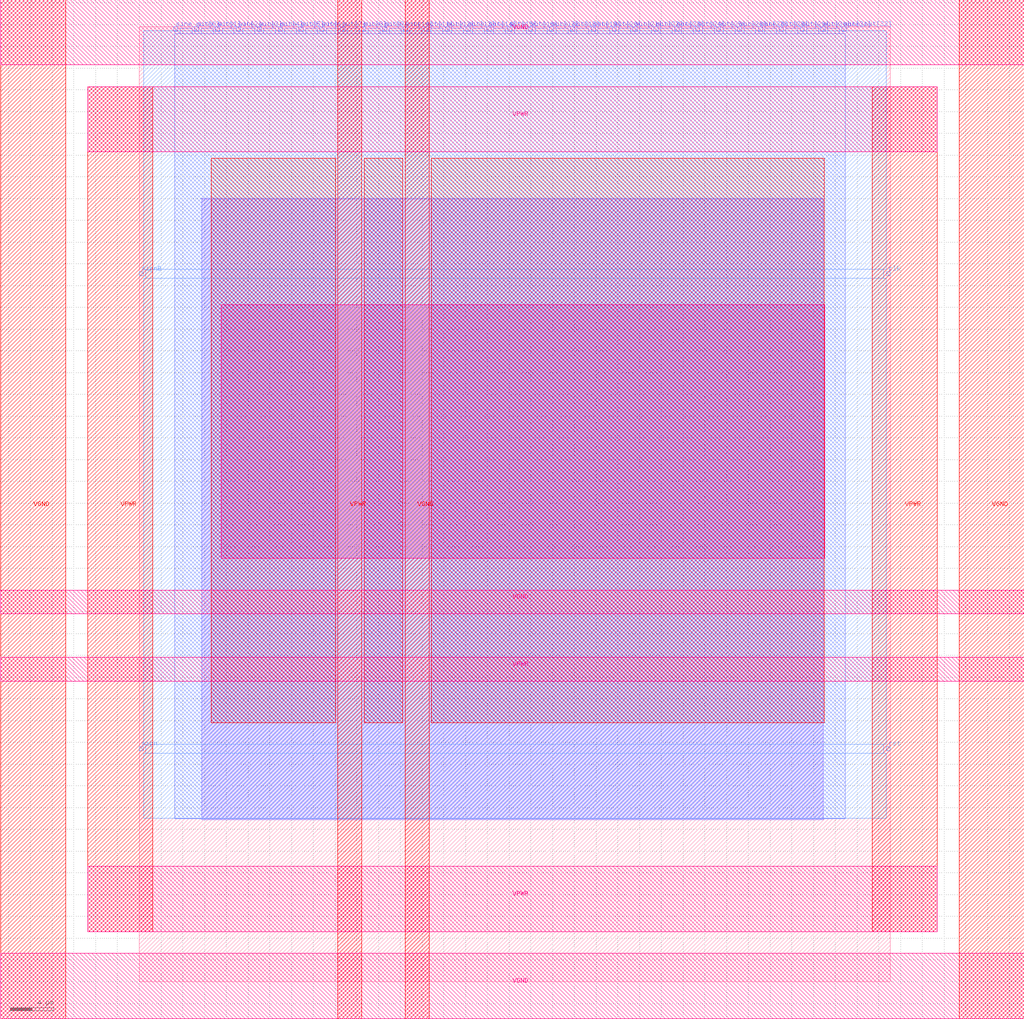
<source format=lef>
VERSION 5.7 ;
  NOWIREEXTENSIONATPIN ON ;
  DIVIDERCHAR "/" ;
  BUSBITCHARS "[]" ;
MACRO DigitalSine
  CLASS BLOCK ;
  FOREIGN DigitalSine ;
  ORIGIN 0.000 0.000 ;
  SIZE 69.075 BY 87.795 ;
  PIN VGND
    DIRECTION INOUT ;
    USE GROUND ;
    PORT
      LAYER Metal4 ;
        RECT -12.740 -3.380 -6.740 90.320 ;
    END
    PORT
      LAYER Metal5 ;
        RECT -12.740 -3.380 81.380 2.620 ;
    END
    PORT
      LAYER Metal5 ;
        RECT -12.740 84.320 81.380 90.320 ;
    END
    PORT
      LAYER Metal4 ;
        RECT 75.380 -3.380 81.380 90.320 ;
    END
    PORT
      LAYER Metal4 ;
        RECT 24.460 -3.380 26.660 90.320 ;
    END
    PORT
      LAYER Metal5 ;
        RECT -12.740 33.820 81.380 36.020 ;
    END
  END VGND
  PIN VPWR
    DIRECTION INOUT ;
    USE POWER ;
    PORT
      LAYER Metal4 ;
        RECT -4.740 4.620 1.260 82.320 ;
    END
    PORT
      LAYER Metal5 ;
        RECT -4.740 4.620 73.380 10.620 ;
    END
    PORT
      LAYER Metal5 ;
        RECT -4.740 76.320 73.380 82.320 ;
    END
    PORT
      LAYER Metal4 ;
        RECT 67.380 4.620 73.380 82.320 ;
    END
    PORT
      LAYER Metal4 ;
        RECT 18.260 -3.380 20.460 90.320 ;
    END
    PORT
      LAYER Metal5 ;
        RECT -12.740 27.620 81.380 29.820 ;
    END
  END VPWR
  PIN clk
    DIRECTION INPUT ;
    USE SIGNAL ;
    ANTENNAGATEAREA 0.725400 ;
    PORT
      LAYER Metal3 ;
        RECT 68.675 64.900 69.075 65.300 ;
    END
  END clk
  PIN rst
    DIRECTION INPUT ;
    USE SIGNAL ;
    ANTENNAGATEAREA 0.180700 ;
    PORT
      LAYER Metal3 ;
        RECT 68.675 21.220 69.075 21.620 ;
    END
  END rst
  PIN sign
    DIRECTION OUTPUT ;
    USE SIGNAL ;
    ANTENNADIFFAREA 0.706800 ;
    PORT
      LAYER Metal3 ;
        RECT 0.000 21.220 0.400 21.620 ;
    END
  END sign
  PIN signB
    DIRECTION OUTPUT ;
    USE SIGNAL ;
    ANTENNADIFFAREA 0.706800 ;
    PORT
      LAYER Metal3 ;
        RECT 0.000 64.900 0.400 65.300 ;
    END
  END signB
  PIN sine_out[0]
    DIRECTION OUTPUT ;
    USE SIGNAL ;
    ANTENNADIFFAREA 0.706800 ;
    PORT
      LAYER Metal2 ;
        RECT 3.160 87.395 3.560 87.795 ;
    END
  END sine_out[0]
  PIN sine_out[10]
    DIRECTION OUTPUT ;
    USE SIGNAL ;
    ANTENNADIFFAREA 0.706800 ;
    PORT
      LAYER Metal2 ;
        RECT 22.360 87.395 22.760 87.795 ;
    END
  END sine_out[10]
  PIN sine_out[11]
    DIRECTION OUTPUT ;
    USE SIGNAL ;
    ANTENNADIFFAREA 0.706800 ;
    PORT
      LAYER Metal2 ;
        RECT 24.280 87.395 24.680 87.795 ;
    END
  END sine_out[11]
  PIN sine_out[12]
    DIRECTION OUTPUT ;
    USE SIGNAL ;
    ANTENNADIFFAREA 0.706800 ;
    PORT
      LAYER Metal2 ;
        RECT 26.200 87.395 26.600 87.795 ;
    END
  END sine_out[12]
  PIN sine_out[13]
    DIRECTION OUTPUT ;
    USE SIGNAL ;
    ANTENNADIFFAREA 0.706800 ;
    PORT
      LAYER Metal2 ;
        RECT 28.120 87.395 28.520 87.795 ;
    END
  END sine_out[13]
  PIN sine_out[14]
    DIRECTION OUTPUT ;
    USE SIGNAL ;
    ANTENNADIFFAREA 0.706800 ;
    PORT
      LAYER Metal2 ;
        RECT 30.040 87.395 30.440 87.795 ;
    END
  END sine_out[14]
  PIN sine_out[15]
    DIRECTION OUTPUT ;
    USE SIGNAL ;
    ANTENNADIFFAREA 0.706800 ;
    PORT
      LAYER Metal2 ;
        RECT 31.960 87.395 32.360 87.795 ;
    END
  END sine_out[15]
  PIN sine_out[16]
    DIRECTION OUTPUT ;
    USE SIGNAL ;
    ANTENNADIFFAREA 0.706800 ;
    PORT
      LAYER Metal2 ;
        RECT 33.880 87.395 34.280 87.795 ;
    END
  END sine_out[16]
  PIN sine_out[17]
    DIRECTION OUTPUT ;
    USE SIGNAL ;
    ANTENNADIFFAREA 0.706800 ;
    PORT
      LAYER Metal2 ;
        RECT 35.800 87.395 36.200 87.795 ;
    END
  END sine_out[17]
  PIN sine_out[18]
    DIRECTION OUTPUT ;
    USE SIGNAL ;
    ANTENNADIFFAREA 0.706800 ;
    PORT
      LAYER Metal2 ;
        RECT 37.720 87.395 38.120 87.795 ;
    END
  END sine_out[18]
  PIN sine_out[19]
    DIRECTION OUTPUT ;
    USE SIGNAL ;
    ANTENNADIFFAREA 0.706800 ;
    PORT
      LAYER Metal2 ;
        RECT 39.640 87.395 40.040 87.795 ;
    END
  END sine_out[19]
  PIN sine_out[1]
    DIRECTION OUTPUT ;
    USE SIGNAL ;
    ANTENNADIFFAREA 0.706800 ;
    PORT
      LAYER Metal2 ;
        RECT 5.080 87.395 5.480 87.795 ;
    END
  END sine_out[1]
  PIN sine_out[20]
    DIRECTION OUTPUT ;
    USE SIGNAL ;
    ANTENNADIFFAREA 0.706800 ;
    PORT
      LAYER Metal2 ;
        RECT 41.560 87.395 41.960 87.795 ;
    END
  END sine_out[20]
  PIN sine_out[21]
    DIRECTION OUTPUT ;
    USE SIGNAL ;
    ANTENNADIFFAREA 0.706800 ;
    PORT
      LAYER Metal2 ;
        RECT 43.480 87.395 43.880 87.795 ;
    END
  END sine_out[21]
  PIN sine_out[22]
    DIRECTION OUTPUT ;
    USE SIGNAL ;
    ANTENNADIFFAREA 0.706800 ;
    PORT
      LAYER Metal2 ;
        RECT 45.400 87.395 45.800 87.795 ;
    END
  END sine_out[22]
  PIN sine_out[23]
    DIRECTION OUTPUT ;
    USE SIGNAL ;
    ANTENNADIFFAREA 0.706800 ;
    PORT
      LAYER Metal2 ;
        RECT 47.320 87.395 47.720 87.795 ;
    END
  END sine_out[23]
  PIN sine_out[24]
    DIRECTION OUTPUT ;
    USE SIGNAL ;
    ANTENNADIFFAREA 0.706800 ;
    PORT
      LAYER Metal2 ;
        RECT 49.240 87.395 49.640 87.795 ;
    END
  END sine_out[24]
  PIN sine_out[25]
    DIRECTION OUTPUT ;
    USE SIGNAL ;
    ANTENNADIFFAREA 0.706800 ;
    PORT
      LAYER Metal2 ;
        RECT 51.160 87.395 51.560 87.795 ;
    END
  END sine_out[25]
  PIN sine_out[26]
    DIRECTION OUTPUT ;
    USE SIGNAL ;
    ANTENNADIFFAREA 0.706800 ;
    PORT
      LAYER Metal2 ;
        RECT 53.080 87.395 53.480 87.795 ;
    END
  END sine_out[26]
  PIN sine_out[27]
    DIRECTION OUTPUT ;
    USE SIGNAL ;
    ANTENNADIFFAREA 0.706800 ;
    PORT
      LAYER Metal2 ;
        RECT 55.000 87.395 55.400 87.795 ;
    END
  END sine_out[27]
  PIN sine_out[28]
    DIRECTION OUTPUT ;
    USE SIGNAL ;
    ANTENNADIFFAREA 0.706800 ;
    PORT
      LAYER Metal2 ;
        RECT 56.920 87.395 57.320 87.795 ;
    END
  END sine_out[28]
  PIN sine_out[29]
    DIRECTION OUTPUT ;
    USE SIGNAL ;
    ANTENNADIFFAREA 0.706800 ;
    PORT
      LAYER Metal2 ;
        RECT 58.840 87.395 59.240 87.795 ;
    END
  END sine_out[29]
  PIN sine_out[2]
    DIRECTION OUTPUT ;
    USE SIGNAL ;
    ANTENNADIFFAREA 0.706800 ;
    PORT
      LAYER Metal2 ;
        RECT 7.000 87.395 7.400 87.795 ;
    END
  END sine_out[2]
  PIN sine_out[30]
    DIRECTION OUTPUT ;
    USE SIGNAL ;
    ANTENNADIFFAREA 0.706800 ;
    PORT
      LAYER Metal2 ;
        RECT 60.760 87.395 61.160 87.795 ;
    END
  END sine_out[30]
  PIN sine_out[31]
    DIRECTION OUTPUT ;
    USE SIGNAL ;
    ANTENNADIFFAREA 0.706800 ;
    PORT
      LAYER Metal2 ;
        RECT 62.680 87.395 63.080 87.795 ;
    END
  END sine_out[31]
  PIN sine_out[32]
    DIRECTION OUTPUT ;
    USE SIGNAL ;
    ANTENNADIFFAREA 0.706800 ;
    PORT
      LAYER Metal2 ;
        RECT 64.600 87.395 65.000 87.795 ;
    END
  END sine_out[32]
  PIN sine_out[3]
    DIRECTION OUTPUT ;
    USE SIGNAL ;
    ANTENNADIFFAREA 0.706800 ;
    PORT
      LAYER Metal2 ;
        RECT 8.920 87.395 9.320 87.795 ;
    END
  END sine_out[3]
  PIN sine_out[4]
    DIRECTION OUTPUT ;
    USE SIGNAL ;
    ANTENNADIFFAREA 0.706800 ;
    PORT
      LAYER Metal2 ;
        RECT 10.840 87.395 11.240 87.795 ;
    END
  END sine_out[4]
  PIN sine_out[5]
    DIRECTION OUTPUT ;
    USE SIGNAL ;
    ANTENNADIFFAREA 0.706800 ;
    PORT
      LAYER Metal2 ;
        RECT 12.760 87.395 13.160 87.795 ;
    END
  END sine_out[5]
  PIN sine_out[6]
    DIRECTION OUTPUT ;
    USE SIGNAL ;
    ANTENNADIFFAREA 0.706800 ;
    PORT
      LAYER Metal2 ;
        RECT 14.680 87.395 15.080 87.795 ;
    END
  END sine_out[6]
  PIN sine_out[7]
    DIRECTION OUTPUT ;
    USE SIGNAL ;
    ANTENNADIFFAREA 0.706800 ;
    PORT
      LAYER Metal2 ;
        RECT 16.600 87.395 17.000 87.795 ;
    END
  END sine_out[7]
  PIN sine_out[8]
    DIRECTION OUTPUT ;
    USE SIGNAL ;
    ANTENNADIFFAREA 0.706800 ;
    PORT
      LAYER Metal2 ;
        RECT 18.520 87.395 18.920 87.795 ;
    END
  END sine_out[8]
  PIN sine_out[9]
    DIRECTION OUTPUT ;
    USE SIGNAL ;
    ANTENNADIFFAREA 0.706800 ;
    PORT
      LAYER Metal2 ;
        RECT 20.440 87.395 20.840 87.795 ;
    END
  END sine_out[9]
  OBS
      LAYER GatPoly ;
        RECT 5.760 14.970 62.880 71.970 ;
      LAYER Metal1 ;
        RECT 5.760 14.900 62.880 72.040 ;
      LAYER Metal2 ;
        RECT 3.770 87.185 4.870 87.695 ;
        RECT 5.690 87.185 6.790 87.695 ;
        RECT 7.610 87.185 8.710 87.695 ;
        RECT 9.530 87.185 10.630 87.695 ;
        RECT 11.450 87.185 12.550 87.695 ;
        RECT 13.370 87.185 14.470 87.695 ;
        RECT 15.290 87.185 16.390 87.695 ;
        RECT 17.210 87.185 18.310 87.695 ;
        RECT 19.130 87.185 20.230 87.695 ;
        RECT 21.050 87.185 22.150 87.695 ;
        RECT 22.970 87.185 24.070 87.695 ;
        RECT 24.890 87.185 25.990 87.695 ;
        RECT 26.810 87.185 27.910 87.695 ;
        RECT 28.730 87.185 29.830 87.695 ;
        RECT 30.650 87.185 31.750 87.695 ;
        RECT 32.570 87.185 33.670 87.695 ;
        RECT 34.490 87.185 35.590 87.695 ;
        RECT 36.410 87.185 37.510 87.695 ;
        RECT 38.330 87.185 39.430 87.695 ;
        RECT 40.250 87.185 41.350 87.695 ;
        RECT 42.170 87.185 43.270 87.695 ;
        RECT 44.090 87.185 45.190 87.695 ;
        RECT 46.010 87.185 47.110 87.695 ;
        RECT 47.930 87.185 49.030 87.695 ;
        RECT 49.850 87.185 50.950 87.695 ;
        RECT 51.770 87.185 52.870 87.695 ;
        RECT 53.690 87.185 54.790 87.695 ;
        RECT 55.610 87.185 56.710 87.695 ;
        RECT 57.530 87.185 58.630 87.695 ;
        RECT 59.450 87.185 60.550 87.695 ;
        RECT 61.370 87.185 62.470 87.695 ;
        RECT 63.290 87.185 64.390 87.695 ;
        RECT 3.255 14.975 64.905 87.185 ;
      LAYER Metal3 ;
        RECT 0.400 65.510 68.675 87.460 ;
        RECT 0.610 64.690 68.465 65.510 ;
        RECT 0.400 21.830 68.675 64.690 ;
        RECT 0.610 21.010 68.465 21.830 ;
        RECT 0.400 15.020 68.675 21.010 ;
      LAYER Metal4 ;
        RECT 6.620 23.795 18.050 75.745 ;
        RECT 20.670 23.795 24.250 75.745 ;
        RECT 26.870 23.795 62.985 75.745 ;
      LAYER Metal5 ;
        RECT 7.535 38.960 63.025 62.260 ;
  END
END DigitalSine
END LIBRARY


</source>
